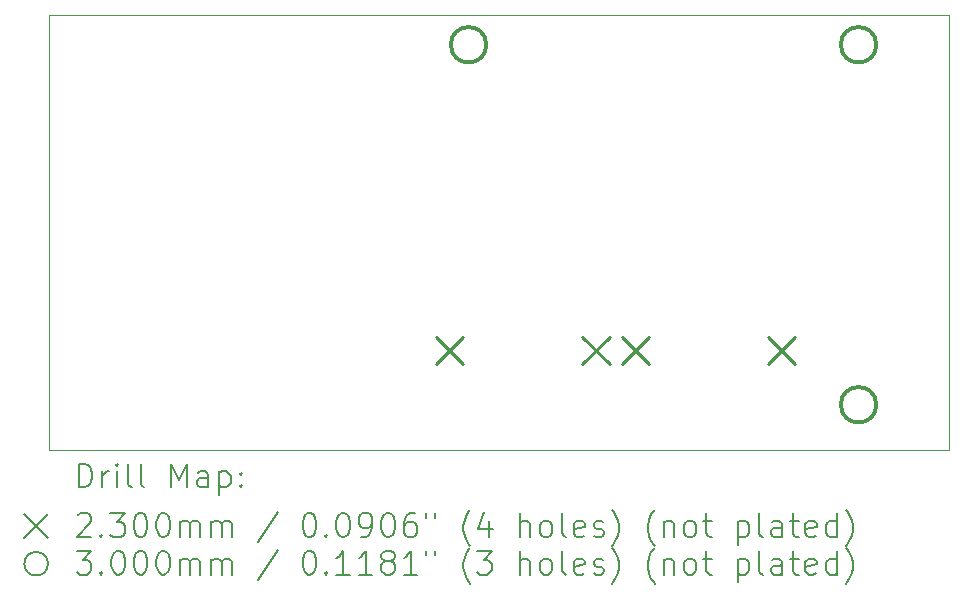
<source format=gbr>
%TF.GenerationSoftware,KiCad,Pcbnew,7.0.7-7.0.7~ubuntu22.04.1*%
%TF.CreationDate,2024-07-22T06:27:40-04:00*%
%TF.ProjectId,adjustable_instamp,61646a75-7374-4616-926c-655f696e7374,rev?*%
%TF.SameCoordinates,Original*%
%TF.FileFunction,Drillmap*%
%TF.FilePolarity,Positive*%
%FSLAX45Y45*%
G04 Gerber Fmt 4.5, Leading zero omitted, Abs format (unit mm)*
G04 Created by KiCad (PCBNEW 7.0.7-7.0.7~ubuntu22.04.1) date 2024-07-22 06:27:40*
%MOMM*%
%LPD*%
G01*
G04 APERTURE LIST*
%ADD10C,0.100000*%
%ADD11C,0.200000*%
%ADD12C,0.230000*%
%ADD13C,0.300000*%
G04 APERTURE END LIST*
D10*
X11430000Y-6858000D02*
X11430000Y-6985000D01*
X11430000Y-10541000D02*
X19050000Y-10541000D01*
X19050000Y-10541000D02*
X19050000Y-6858000D01*
X11430000Y-6985000D02*
X11430000Y-10541000D01*
X19050000Y-6858000D02*
X11430000Y-6858000D01*
D11*
D12*
X14710500Y-9586300D02*
X14940500Y-9816300D01*
X14940500Y-9586300D02*
X14710500Y-9816300D01*
X15950500Y-9586300D02*
X16180500Y-9816300D01*
X16180500Y-9586300D02*
X15950500Y-9816300D01*
X16283000Y-9588300D02*
X16513000Y-9818300D01*
X16513000Y-9588300D02*
X16283000Y-9818300D01*
X17523000Y-9588300D02*
X17753000Y-9818300D01*
X17753000Y-9588300D02*
X17523000Y-9818300D01*
D13*
X15136000Y-7112000D02*
G75*
G03*
X15136000Y-7112000I-150000J0D01*
G01*
X18438000Y-7112000D02*
G75*
G03*
X18438000Y-7112000I-150000J0D01*
G01*
X18438000Y-10160000D02*
G75*
G03*
X18438000Y-10160000I-150000J0D01*
G01*
D11*
X11685777Y-10857484D02*
X11685777Y-10657484D01*
X11685777Y-10657484D02*
X11733396Y-10657484D01*
X11733396Y-10657484D02*
X11761967Y-10667008D01*
X11761967Y-10667008D02*
X11781015Y-10686055D01*
X11781015Y-10686055D02*
X11790539Y-10705103D01*
X11790539Y-10705103D02*
X11800062Y-10743198D01*
X11800062Y-10743198D02*
X11800062Y-10771770D01*
X11800062Y-10771770D02*
X11790539Y-10809865D01*
X11790539Y-10809865D02*
X11781015Y-10828912D01*
X11781015Y-10828912D02*
X11761967Y-10847960D01*
X11761967Y-10847960D02*
X11733396Y-10857484D01*
X11733396Y-10857484D02*
X11685777Y-10857484D01*
X11885777Y-10857484D02*
X11885777Y-10724150D01*
X11885777Y-10762246D02*
X11895301Y-10743198D01*
X11895301Y-10743198D02*
X11904824Y-10733674D01*
X11904824Y-10733674D02*
X11923872Y-10724150D01*
X11923872Y-10724150D02*
X11942920Y-10724150D01*
X12009586Y-10857484D02*
X12009586Y-10724150D01*
X12009586Y-10657484D02*
X12000062Y-10667008D01*
X12000062Y-10667008D02*
X12009586Y-10676531D01*
X12009586Y-10676531D02*
X12019110Y-10667008D01*
X12019110Y-10667008D02*
X12009586Y-10657484D01*
X12009586Y-10657484D02*
X12009586Y-10676531D01*
X12133396Y-10857484D02*
X12114348Y-10847960D01*
X12114348Y-10847960D02*
X12104824Y-10828912D01*
X12104824Y-10828912D02*
X12104824Y-10657484D01*
X12238158Y-10857484D02*
X12219110Y-10847960D01*
X12219110Y-10847960D02*
X12209586Y-10828912D01*
X12209586Y-10828912D02*
X12209586Y-10657484D01*
X12466729Y-10857484D02*
X12466729Y-10657484D01*
X12466729Y-10657484D02*
X12533396Y-10800341D01*
X12533396Y-10800341D02*
X12600062Y-10657484D01*
X12600062Y-10657484D02*
X12600062Y-10857484D01*
X12781015Y-10857484D02*
X12781015Y-10752722D01*
X12781015Y-10752722D02*
X12771491Y-10733674D01*
X12771491Y-10733674D02*
X12752443Y-10724150D01*
X12752443Y-10724150D02*
X12714348Y-10724150D01*
X12714348Y-10724150D02*
X12695301Y-10733674D01*
X12781015Y-10847960D02*
X12761967Y-10857484D01*
X12761967Y-10857484D02*
X12714348Y-10857484D01*
X12714348Y-10857484D02*
X12695301Y-10847960D01*
X12695301Y-10847960D02*
X12685777Y-10828912D01*
X12685777Y-10828912D02*
X12685777Y-10809865D01*
X12685777Y-10809865D02*
X12695301Y-10790817D01*
X12695301Y-10790817D02*
X12714348Y-10781293D01*
X12714348Y-10781293D02*
X12761967Y-10781293D01*
X12761967Y-10781293D02*
X12781015Y-10771770D01*
X12876253Y-10724150D02*
X12876253Y-10924150D01*
X12876253Y-10733674D02*
X12895301Y-10724150D01*
X12895301Y-10724150D02*
X12933396Y-10724150D01*
X12933396Y-10724150D02*
X12952443Y-10733674D01*
X12952443Y-10733674D02*
X12961967Y-10743198D01*
X12961967Y-10743198D02*
X12971491Y-10762246D01*
X12971491Y-10762246D02*
X12971491Y-10819389D01*
X12971491Y-10819389D02*
X12961967Y-10838436D01*
X12961967Y-10838436D02*
X12952443Y-10847960D01*
X12952443Y-10847960D02*
X12933396Y-10857484D01*
X12933396Y-10857484D02*
X12895301Y-10857484D01*
X12895301Y-10857484D02*
X12876253Y-10847960D01*
X13057205Y-10838436D02*
X13066729Y-10847960D01*
X13066729Y-10847960D02*
X13057205Y-10857484D01*
X13057205Y-10857484D02*
X13047682Y-10847960D01*
X13047682Y-10847960D02*
X13057205Y-10838436D01*
X13057205Y-10838436D02*
X13057205Y-10857484D01*
X13057205Y-10733674D02*
X13066729Y-10743198D01*
X13066729Y-10743198D02*
X13057205Y-10752722D01*
X13057205Y-10752722D02*
X13047682Y-10743198D01*
X13047682Y-10743198D02*
X13057205Y-10733674D01*
X13057205Y-10733674D02*
X13057205Y-10752722D01*
X11225000Y-11086000D02*
X11425000Y-11286000D01*
X11425000Y-11086000D02*
X11225000Y-11286000D01*
X11676253Y-11096531D02*
X11685777Y-11087008D01*
X11685777Y-11087008D02*
X11704824Y-11077484D01*
X11704824Y-11077484D02*
X11752443Y-11077484D01*
X11752443Y-11077484D02*
X11771491Y-11087008D01*
X11771491Y-11087008D02*
X11781015Y-11096531D01*
X11781015Y-11096531D02*
X11790539Y-11115579D01*
X11790539Y-11115579D02*
X11790539Y-11134627D01*
X11790539Y-11134627D02*
X11781015Y-11163198D01*
X11781015Y-11163198D02*
X11666729Y-11277484D01*
X11666729Y-11277484D02*
X11790539Y-11277484D01*
X11876253Y-11258436D02*
X11885777Y-11267960D01*
X11885777Y-11267960D02*
X11876253Y-11277484D01*
X11876253Y-11277484D02*
X11866729Y-11267960D01*
X11866729Y-11267960D02*
X11876253Y-11258436D01*
X11876253Y-11258436D02*
X11876253Y-11277484D01*
X11952443Y-11077484D02*
X12076253Y-11077484D01*
X12076253Y-11077484D02*
X12009586Y-11153674D01*
X12009586Y-11153674D02*
X12038158Y-11153674D01*
X12038158Y-11153674D02*
X12057205Y-11163198D01*
X12057205Y-11163198D02*
X12066729Y-11172722D01*
X12066729Y-11172722D02*
X12076253Y-11191769D01*
X12076253Y-11191769D02*
X12076253Y-11239388D01*
X12076253Y-11239388D02*
X12066729Y-11258436D01*
X12066729Y-11258436D02*
X12057205Y-11267960D01*
X12057205Y-11267960D02*
X12038158Y-11277484D01*
X12038158Y-11277484D02*
X11981015Y-11277484D01*
X11981015Y-11277484D02*
X11961967Y-11267960D01*
X11961967Y-11267960D02*
X11952443Y-11258436D01*
X12200062Y-11077484D02*
X12219110Y-11077484D01*
X12219110Y-11077484D02*
X12238158Y-11087008D01*
X12238158Y-11087008D02*
X12247682Y-11096531D01*
X12247682Y-11096531D02*
X12257205Y-11115579D01*
X12257205Y-11115579D02*
X12266729Y-11153674D01*
X12266729Y-11153674D02*
X12266729Y-11201293D01*
X12266729Y-11201293D02*
X12257205Y-11239388D01*
X12257205Y-11239388D02*
X12247682Y-11258436D01*
X12247682Y-11258436D02*
X12238158Y-11267960D01*
X12238158Y-11267960D02*
X12219110Y-11277484D01*
X12219110Y-11277484D02*
X12200062Y-11277484D01*
X12200062Y-11277484D02*
X12181015Y-11267960D01*
X12181015Y-11267960D02*
X12171491Y-11258436D01*
X12171491Y-11258436D02*
X12161967Y-11239388D01*
X12161967Y-11239388D02*
X12152443Y-11201293D01*
X12152443Y-11201293D02*
X12152443Y-11153674D01*
X12152443Y-11153674D02*
X12161967Y-11115579D01*
X12161967Y-11115579D02*
X12171491Y-11096531D01*
X12171491Y-11096531D02*
X12181015Y-11087008D01*
X12181015Y-11087008D02*
X12200062Y-11077484D01*
X12390539Y-11077484D02*
X12409586Y-11077484D01*
X12409586Y-11077484D02*
X12428634Y-11087008D01*
X12428634Y-11087008D02*
X12438158Y-11096531D01*
X12438158Y-11096531D02*
X12447682Y-11115579D01*
X12447682Y-11115579D02*
X12457205Y-11153674D01*
X12457205Y-11153674D02*
X12457205Y-11201293D01*
X12457205Y-11201293D02*
X12447682Y-11239388D01*
X12447682Y-11239388D02*
X12438158Y-11258436D01*
X12438158Y-11258436D02*
X12428634Y-11267960D01*
X12428634Y-11267960D02*
X12409586Y-11277484D01*
X12409586Y-11277484D02*
X12390539Y-11277484D01*
X12390539Y-11277484D02*
X12371491Y-11267960D01*
X12371491Y-11267960D02*
X12361967Y-11258436D01*
X12361967Y-11258436D02*
X12352443Y-11239388D01*
X12352443Y-11239388D02*
X12342920Y-11201293D01*
X12342920Y-11201293D02*
X12342920Y-11153674D01*
X12342920Y-11153674D02*
X12352443Y-11115579D01*
X12352443Y-11115579D02*
X12361967Y-11096531D01*
X12361967Y-11096531D02*
X12371491Y-11087008D01*
X12371491Y-11087008D02*
X12390539Y-11077484D01*
X12542920Y-11277484D02*
X12542920Y-11144150D01*
X12542920Y-11163198D02*
X12552443Y-11153674D01*
X12552443Y-11153674D02*
X12571491Y-11144150D01*
X12571491Y-11144150D02*
X12600063Y-11144150D01*
X12600063Y-11144150D02*
X12619110Y-11153674D01*
X12619110Y-11153674D02*
X12628634Y-11172722D01*
X12628634Y-11172722D02*
X12628634Y-11277484D01*
X12628634Y-11172722D02*
X12638158Y-11153674D01*
X12638158Y-11153674D02*
X12657205Y-11144150D01*
X12657205Y-11144150D02*
X12685777Y-11144150D01*
X12685777Y-11144150D02*
X12704824Y-11153674D01*
X12704824Y-11153674D02*
X12714348Y-11172722D01*
X12714348Y-11172722D02*
X12714348Y-11277484D01*
X12809586Y-11277484D02*
X12809586Y-11144150D01*
X12809586Y-11163198D02*
X12819110Y-11153674D01*
X12819110Y-11153674D02*
X12838158Y-11144150D01*
X12838158Y-11144150D02*
X12866729Y-11144150D01*
X12866729Y-11144150D02*
X12885777Y-11153674D01*
X12885777Y-11153674D02*
X12895301Y-11172722D01*
X12895301Y-11172722D02*
X12895301Y-11277484D01*
X12895301Y-11172722D02*
X12904824Y-11153674D01*
X12904824Y-11153674D02*
X12923872Y-11144150D01*
X12923872Y-11144150D02*
X12952443Y-11144150D01*
X12952443Y-11144150D02*
X12971491Y-11153674D01*
X12971491Y-11153674D02*
X12981015Y-11172722D01*
X12981015Y-11172722D02*
X12981015Y-11277484D01*
X13371491Y-11067960D02*
X13200063Y-11325103D01*
X13628634Y-11077484D02*
X13647682Y-11077484D01*
X13647682Y-11077484D02*
X13666729Y-11087008D01*
X13666729Y-11087008D02*
X13676253Y-11096531D01*
X13676253Y-11096531D02*
X13685777Y-11115579D01*
X13685777Y-11115579D02*
X13695301Y-11153674D01*
X13695301Y-11153674D02*
X13695301Y-11201293D01*
X13695301Y-11201293D02*
X13685777Y-11239388D01*
X13685777Y-11239388D02*
X13676253Y-11258436D01*
X13676253Y-11258436D02*
X13666729Y-11267960D01*
X13666729Y-11267960D02*
X13647682Y-11277484D01*
X13647682Y-11277484D02*
X13628634Y-11277484D01*
X13628634Y-11277484D02*
X13609586Y-11267960D01*
X13609586Y-11267960D02*
X13600063Y-11258436D01*
X13600063Y-11258436D02*
X13590539Y-11239388D01*
X13590539Y-11239388D02*
X13581015Y-11201293D01*
X13581015Y-11201293D02*
X13581015Y-11153674D01*
X13581015Y-11153674D02*
X13590539Y-11115579D01*
X13590539Y-11115579D02*
X13600063Y-11096531D01*
X13600063Y-11096531D02*
X13609586Y-11087008D01*
X13609586Y-11087008D02*
X13628634Y-11077484D01*
X13781015Y-11258436D02*
X13790539Y-11267960D01*
X13790539Y-11267960D02*
X13781015Y-11277484D01*
X13781015Y-11277484D02*
X13771491Y-11267960D01*
X13771491Y-11267960D02*
X13781015Y-11258436D01*
X13781015Y-11258436D02*
X13781015Y-11277484D01*
X13914348Y-11077484D02*
X13933396Y-11077484D01*
X13933396Y-11077484D02*
X13952444Y-11087008D01*
X13952444Y-11087008D02*
X13961967Y-11096531D01*
X13961967Y-11096531D02*
X13971491Y-11115579D01*
X13971491Y-11115579D02*
X13981015Y-11153674D01*
X13981015Y-11153674D02*
X13981015Y-11201293D01*
X13981015Y-11201293D02*
X13971491Y-11239388D01*
X13971491Y-11239388D02*
X13961967Y-11258436D01*
X13961967Y-11258436D02*
X13952444Y-11267960D01*
X13952444Y-11267960D02*
X13933396Y-11277484D01*
X13933396Y-11277484D02*
X13914348Y-11277484D01*
X13914348Y-11277484D02*
X13895301Y-11267960D01*
X13895301Y-11267960D02*
X13885777Y-11258436D01*
X13885777Y-11258436D02*
X13876253Y-11239388D01*
X13876253Y-11239388D02*
X13866729Y-11201293D01*
X13866729Y-11201293D02*
X13866729Y-11153674D01*
X13866729Y-11153674D02*
X13876253Y-11115579D01*
X13876253Y-11115579D02*
X13885777Y-11096531D01*
X13885777Y-11096531D02*
X13895301Y-11087008D01*
X13895301Y-11087008D02*
X13914348Y-11077484D01*
X14076253Y-11277484D02*
X14114348Y-11277484D01*
X14114348Y-11277484D02*
X14133396Y-11267960D01*
X14133396Y-11267960D02*
X14142920Y-11258436D01*
X14142920Y-11258436D02*
X14161967Y-11229865D01*
X14161967Y-11229865D02*
X14171491Y-11191769D01*
X14171491Y-11191769D02*
X14171491Y-11115579D01*
X14171491Y-11115579D02*
X14161967Y-11096531D01*
X14161967Y-11096531D02*
X14152444Y-11087008D01*
X14152444Y-11087008D02*
X14133396Y-11077484D01*
X14133396Y-11077484D02*
X14095301Y-11077484D01*
X14095301Y-11077484D02*
X14076253Y-11087008D01*
X14076253Y-11087008D02*
X14066729Y-11096531D01*
X14066729Y-11096531D02*
X14057206Y-11115579D01*
X14057206Y-11115579D02*
X14057206Y-11163198D01*
X14057206Y-11163198D02*
X14066729Y-11182246D01*
X14066729Y-11182246D02*
X14076253Y-11191769D01*
X14076253Y-11191769D02*
X14095301Y-11201293D01*
X14095301Y-11201293D02*
X14133396Y-11201293D01*
X14133396Y-11201293D02*
X14152444Y-11191769D01*
X14152444Y-11191769D02*
X14161967Y-11182246D01*
X14161967Y-11182246D02*
X14171491Y-11163198D01*
X14295301Y-11077484D02*
X14314348Y-11077484D01*
X14314348Y-11077484D02*
X14333396Y-11087008D01*
X14333396Y-11087008D02*
X14342920Y-11096531D01*
X14342920Y-11096531D02*
X14352444Y-11115579D01*
X14352444Y-11115579D02*
X14361967Y-11153674D01*
X14361967Y-11153674D02*
X14361967Y-11201293D01*
X14361967Y-11201293D02*
X14352444Y-11239388D01*
X14352444Y-11239388D02*
X14342920Y-11258436D01*
X14342920Y-11258436D02*
X14333396Y-11267960D01*
X14333396Y-11267960D02*
X14314348Y-11277484D01*
X14314348Y-11277484D02*
X14295301Y-11277484D01*
X14295301Y-11277484D02*
X14276253Y-11267960D01*
X14276253Y-11267960D02*
X14266729Y-11258436D01*
X14266729Y-11258436D02*
X14257206Y-11239388D01*
X14257206Y-11239388D02*
X14247682Y-11201293D01*
X14247682Y-11201293D02*
X14247682Y-11153674D01*
X14247682Y-11153674D02*
X14257206Y-11115579D01*
X14257206Y-11115579D02*
X14266729Y-11096531D01*
X14266729Y-11096531D02*
X14276253Y-11087008D01*
X14276253Y-11087008D02*
X14295301Y-11077484D01*
X14533396Y-11077484D02*
X14495301Y-11077484D01*
X14495301Y-11077484D02*
X14476253Y-11087008D01*
X14476253Y-11087008D02*
X14466729Y-11096531D01*
X14466729Y-11096531D02*
X14447682Y-11125103D01*
X14447682Y-11125103D02*
X14438158Y-11163198D01*
X14438158Y-11163198D02*
X14438158Y-11239388D01*
X14438158Y-11239388D02*
X14447682Y-11258436D01*
X14447682Y-11258436D02*
X14457206Y-11267960D01*
X14457206Y-11267960D02*
X14476253Y-11277484D01*
X14476253Y-11277484D02*
X14514348Y-11277484D01*
X14514348Y-11277484D02*
X14533396Y-11267960D01*
X14533396Y-11267960D02*
X14542920Y-11258436D01*
X14542920Y-11258436D02*
X14552444Y-11239388D01*
X14552444Y-11239388D02*
X14552444Y-11191769D01*
X14552444Y-11191769D02*
X14542920Y-11172722D01*
X14542920Y-11172722D02*
X14533396Y-11163198D01*
X14533396Y-11163198D02*
X14514348Y-11153674D01*
X14514348Y-11153674D02*
X14476253Y-11153674D01*
X14476253Y-11153674D02*
X14457206Y-11163198D01*
X14457206Y-11163198D02*
X14447682Y-11172722D01*
X14447682Y-11172722D02*
X14438158Y-11191769D01*
X14628634Y-11077484D02*
X14628634Y-11115579D01*
X14704825Y-11077484D02*
X14704825Y-11115579D01*
X15000063Y-11353674D02*
X14990539Y-11344150D01*
X14990539Y-11344150D02*
X14971491Y-11315579D01*
X14971491Y-11315579D02*
X14961968Y-11296531D01*
X14961968Y-11296531D02*
X14952444Y-11267960D01*
X14952444Y-11267960D02*
X14942920Y-11220341D01*
X14942920Y-11220341D02*
X14942920Y-11182246D01*
X14942920Y-11182246D02*
X14952444Y-11134627D01*
X14952444Y-11134627D02*
X14961968Y-11106055D01*
X14961968Y-11106055D02*
X14971491Y-11087008D01*
X14971491Y-11087008D02*
X14990539Y-11058436D01*
X14990539Y-11058436D02*
X15000063Y-11048912D01*
X15161968Y-11144150D02*
X15161968Y-11277484D01*
X15114348Y-11067960D02*
X15066729Y-11210817D01*
X15066729Y-11210817D02*
X15190539Y-11210817D01*
X15419110Y-11277484D02*
X15419110Y-11077484D01*
X15504825Y-11277484D02*
X15504825Y-11172722D01*
X15504825Y-11172722D02*
X15495301Y-11153674D01*
X15495301Y-11153674D02*
X15476253Y-11144150D01*
X15476253Y-11144150D02*
X15447682Y-11144150D01*
X15447682Y-11144150D02*
X15428634Y-11153674D01*
X15428634Y-11153674D02*
X15419110Y-11163198D01*
X15628634Y-11277484D02*
X15609587Y-11267960D01*
X15609587Y-11267960D02*
X15600063Y-11258436D01*
X15600063Y-11258436D02*
X15590539Y-11239388D01*
X15590539Y-11239388D02*
X15590539Y-11182246D01*
X15590539Y-11182246D02*
X15600063Y-11163198D01*
X15600063Y-11163198D02*
X15609587Y-11153674D01*
X15609587Y-11153674D02*
X15628634Y-11144150D01*
X15628634Y-11144150D02*
X15657206Y-11144150D01*
X15657206Y-11144150D02*
X15676253Y-11153674D01*
X15676253Y-11153674D02*
X15685777Y-11163198D01*
X15685777Y-11163198D02*
X15695301Y-11182246D01*
X15695301Y-11182246D02*
X15695301Y-11239388D01*
X15695301Y-11239388D02*
X15685777Y-11258436D01*
X15685777Y-11258436D02*
X15676253Y-11267960D01*
X15676253Y-11267960D02*
X15657206Y-11277484D01*
X15657206Y-11277484D02*
X15628634Y-11277484D01*
X15809587Y-11277484D02*
X15790539Y-11267960D01*
X15790539Y-11267960D02*
X15781015Y-11248912D01*
X15781015Y-11248912D02*
X15781015Y-11077484D01*
X15961968Y-11267960D02*
X15942920Y-11277484D01*
X15942920Y-11277484D02*
X15904825Y-11277484D01*
X15904825Y-11277484D02*
X15885777Y-11267960D01*
X15885777Y-11267960D02*
X15876253Y-11248912D01*
X15876253Y-11248912D02*
X15876253Y-11172722D01*
X15876253Y-11172722D02*
X15885777Y-11153674D01*
X15885777Y-11153674D02*
X15904825Y-11144150D01*
X15904825Y-11144150D02*
X15942920Y-11144150D01*
X15942920Y-11144150D02*
X15961968Y-11153674D01*
X15961968Y-11153674D02*
X15971491Y-11172722D01*
X15971491Y-11172722D02*
X15971491Y-11191769D01*
X15971491Y-11191769D02*
X15876253Y-11210817D01*
X16047682Y-11267960D02*
X16066730Y-11277484D01*
X16066730Y-11277484D02*
X16104825Y-11277484D01*
X16104825Y-11277484D02*
X16123872Y-11267960D01*
X16123872Y-11267960D02*
X16133396Y-11248912D01*
X16133396Y-11248912D02*
X16133396Y-11239388D01*
X16133396Y-11239388D02*
X16123872Y-11220341D01*
X16123872Y-11220341D02*
X16104825Y-11210817D01*
X16104825Y-11210817D02*
X16076253Y-11210817D01*
X16076253Y-11210817D02*
X16057206Y-11201293D01*
X16057206Y-11201293D02*
X16047682Y-11182246D01*
X16047682Y-11182246D02*
X16047682Y-11172722D01*
X16047682Y-11172722D02*
X16057206Y-11153674D01*
X16057206Y-11153674D02*
X16076253Y-11144150D01*
X16076253Y-11144150D02*
X16104825Y-11144150D01*
X16104825Y-11144150D02*
X16123872Y-11153674D01*
X16200063Y-11353674D02*
X16209587Y-11344150D01*
X16209587Y-11344150D02*
X16228634Y-11315579D01*
X16228634Y-11315579D02*
X16238158Y-11296531D01*
X16238158Y-11296531D02*
X16247682Y-11267960D01*
X16247682Y-11267960D02*
X16257206Y-11220341D01*
X16257206Y-11220341D02*
X16257206Y-11182246D01*
X16257206Y-11182246D02*
X16247682Y-11134627D01*
X16247682Y-11134627D02*
X16238158Y-11106055D01*
X16238158Y-11106055D02*
X16228634Y-11087008D01*
X16228634Y-11087008D02*
X16209587Y-11058436D01*
X16209587Y-11058436D02*
X16200063Y-11048912D01*
X16561968Y-11353674D02*
X16552444Y-11344150D01*
X16552444Y-11344150D02*
X16533396Y-11315579D01*
X16533396Y-11315579D02*
X16523872Y-11296531D01*
X16523872Y-11296531D02*
X16514349Y-11267960D01*
X16514349Y-11267960D02*
X16504825Y-11220341D01*
X16504825Y-11220341D02*
X16504825Y-11182246D01*
X16504825Y-11182246D02*
X16514349Y-11134627D01*
X16514349Y-11134627D02*
X16523872Y-11106055D01*
X16523872Y-11106055D02*
X16533396Y-11087008D01*
X16533396Y-11087008D02*
X16552444Y-11058436D01*
X16552444Y-11058436D02*
X16561968Y-11048912D01*
X16638158Y-11144150D02*
X16638158Y-11277484D01*
X16638158Y-11163198D02*
X16647682Y-11153674D01*
X16647682Y-11153674D02*
X16666730Y-11144150D01*
X16666730Y-11144150D02*
X16695301Y-11144150D01*
X16695301Y-11144150D02*
X16714349Y-11153674D01*
X16714349Y-11153674D02*
X16723872Y-11172722D01*
X16723872Y-11172722D02*
X16723872Y-11277484D01*
X16847682Y-11277484D02*
X16828634Y-11267960D01*
X16828634Y-11267960D02*
X16819111Y-11258436D01*
X16819111Y-11258436D02*
X16809587Y-11239388D01*
X16809587Y-11239388D02*
X16809587Y-11182246D01*
X16809587Y-11182246D02*
X16819111Y-11163198D01*
X16819111Y-11163198D02*
X16828634Y-11153674D01*
X16828634Y-11153674D02*
X16847682Y-11144150D01*
X16847682Y-11144150D02*
X16876254Y-11144150D01*
X16876254Y-11144150D02*
X16895301Y-11153674D01*
X16895301Y-11153674D02*
X16904825Y-11163198D01*
X16904825Y-11163198D02*
X16914349Y-11182246D01*
X16914349Y-11182246D02*
X16914349Y-11239388D01*
X16914349Y-11239388D02*
X16904825Y-11258436D01*
X16904825Y-11258436D02*
X16895301Y-11267960D01*
X16895301Y-11267960D02*
X16876254Y-11277484D01*
X16876254Y-11277484D02*
X16847682Y-11277484D01*
X16971492Y-11144150D02*
X17047682Y-11144150D01*
X17000063Y-11077484D02*
X17000063Y-11248912D01*
X17000063Y-11248912D02*
X17009587Y-11267960D01*
X17009587Y-11267960D02*
X17028634Y-11277484D01*
X17028634Y-11277484D02*
X17047682Y-11277484D01*
X17266730Y-11144150D02*
X17266730Y-11344150D01*
X17266730Y-11153674D02*
X17285777Y-11144150D01*
X17285777Y-11144150D02*
X17323873Y-11144150D01*
X17323873Y-11144150D02*
X17342920Y-11153674D01*
X17342920Y-11153674D02*
X17352444Y-11163198D01*
X17352444Y-11163198D02*
X17361968Y-11182246D01*
X17361968Y-11182246D02*
X17361968Y-11239388D01*
X17361968Y-11239388D02*
X17352444Y-11258436D01*
X17352444Y-11258436D02*
X17342920Y-11267960D01*
X17342920Y-11267960D02*
X17323873Y-11277484D01*
X17323873Y-11277484D02*
X17285777Y-11277484D01*
X17285777Y-11277484D02*
X17266730Y-11267960D01*
X17476254Y-11277484D02*
X17457206Y-11267960D01*
X17457206Y-11267960D02*
X17447682Y-11248912D01*
X17447682Y-11248912D02*
X17447682Y-11077484D01*
X17638158Y-11277484D02*
X17638158Y-11172722D01*
X17638158Y-11172722D02*
X17628635Y-11153674D01*
X17628635Y-11153674D02*
X17609587Y-11144150D01*
X17609587Y-11144150D02*
X17571492Y-11144150D01*
X17571492Y-11144150D02*
X17552444Y-11153674D01*
X17638158Y-11267960D02*
X17619111Y-11277484D01*
X17619111Y-11277484D02*
X17571492Y-11277484D01*
X17571492Y-11277484D02*
X17552444Y-11267960D01*
X17552444Y-11267960D02*
X17542920Y-11248912D01*
X17542920Y-11248912D02*
X17542920Y-11229865D01*
X17542920Y-11229865D02*
X17552444Y-11210817D01*
X17552444Y-11210817D02*
X17571492Y-11201293D01*
X17571492Y-11201293D02*
X17619111Y-11201293D01*
X17619111Y-11201293D02*
X17638158Y-11191769D01*
X17704825Y-11144150D02*
X17781015Y-11144150D01*
X17733396Y-11077484D02*
X17733396Y-11248912D01*
X17733396Y-11248912D02*
X17742920Y-11267960D01*
X17742920Y-11267960D02*
X17761968Y-11277484D01*
X17761968Y-11277484D02*
X17781015Y-11277484D01*
X17923873Y-11267960D02*
X17904825Y-11277484D01*
X17904825Y-11277484D02*
X17866730Y-11277484D01*
X17866730Y-11277484D02*
X17847682Y-11267960D01*
X17847682Y-11267960D02*
X17838158Y-11248912D01*
X17838158Y-11248912D02*
X17838158Y-11172722D01*
X17838158Y-11172722D02*
X17847682Y-11153674D01*
X17847682Y-11153674D02*
X17866730Y-11144150D01*
X17866730Y-11144150D02*
X17904825Y-11144150D01*
X17904825Y-11144150D02*
X17923873Y-11153674D01*
X17923873Y-11153674D02*
X17933396Y-11172722D01*
X17933396Y-11172722D02*
X17933396Y-11191769D01*
X17933396Y-11191769D02*
X17838158Y-11210817D01*
X18104825Y-11277484D02*
X18104825Y-11077484D01*
X18104825Y-11267960D02*
X18085777Y-11277484D01*
X18085777Y-11277484D02*
X18047682Y-11277484D01*
X18047682Y-11277484D02*
X18028635Y-11267960D01*
X18028635Y-11267960D02*
X18019111Y-11258436D01*
X18019111Y-11258436D02*
X18009587Y-11239388D01*
X18009587Y-11239388D02*
X18009587Y-11182246D01*
X18009587Y-11182246D02*
X18019111Y-11163198D01*
X18019111Y-11163198D02*
X18028635Y-11153674D01*
X18028635Y-11153674D02*
X18047682Y-11144150D01*
X18047682Y-11144150D02*
X18085777Y-11144150D01*
X18085777Y-11144150D02*
X18104825Y-11153674D01*
X18181016Y-11353674D02*
X18190539Y-11344150D01*
X18190539Y-11344150D02*
X18209587Y-11315579D01*
X18209587Y-11315579D02*
X18219111Y-11296531D01*
X18219111Y-11296531D02*
X18228635Y-11267960D01*
X18228635Y-11267960D02*
X18238158Y-11220341D01*
X18238158Y-11220341D02*
X18238158Y-11182246D01*
X18238158Y-11182246D02*
X18228635Y-11134627D01*
X18228635Y-11134627D02*
X18219111Y-11106055D01*
X18219111Y-11106055D02*
X18209587Y-11087008D01*
X18209587Y-11087008D02*
X18190539Y-11058436D01*
X18190539Y-11058436D02*
X18181016Y-11048912D01*
X11425000Y-11506000D02*
G75*
G03*
X11425000Y-11506000I-100000J0D01*
G01*
X11666729Y-11397484D02*
X11790539Y-11397484D01*
X11790539Y-11397484D02*
X11723872Y-11473674D01*
X11723872Y-11473674D02*
X11752443Y-11473674D01*
X11752443Y-11473674D02*
X11771491Y-11483198D01*
X11771491Y-11483198D02*
X11781015Y-11492722D01*
X11781015Y-11492722D02*
X11790539Y-11511769D01*
X11790539Y-11511769D02*
X11790539Y-11559388D01*
X11790539Y-11559388D02*
X11781015Y-11578436D01*
X11781015Y-11578436D02*
X11771491Y-11587960D01*
X11771491Y-11587960D02*
X11752443Y-11597484D01*
X11752443Y-11597484D02*
X11695301Y-11597484D01*
X11695301Y-11597484D02*
X11676253Y-11587960D01*
X11676253Y-11587960D02*
X11666729Y-11578436D01*
X11876253Y-11578436D02*
X11885777Y-11587960D01*
X11885777Y-11587960D02*
X11876253Y-11597484D01*
X11876253Y-11597484D02*
X11866729Y-11587960D01*
X11866729Y-11587960D02*
X11876253Y-11578436D01*
X11876253Y-11578436D02*
X11876253Y-11597484D01*
X12009586Y-11397484D02*
X12028634Y-11397484D01*
X12028634Y-11397484D02*
X12047682Y-11407008D01*
X12047682Y-11407008D02*
X12057205Y-11416531D01*
X12057205Y-11416531D02*
X12066729Y-11435579D01*
X12066729Y-11435579D02*
X12076253Y-11473674D01*
X12076253Y-11473674D02*
X12076253Y-11521293D01*
X12076253Y-11521293D02*
X12066729Y-11559388D01*
X12066729Y-11559388D02*
X12057205Y-11578436D01*
X12057205Y-11578436D02*
X12047682Y-11587960D01*
X12047682Y-11587960D02*
X12028634Y-11597484D01*
X12028634Y-11597484D02*
X12009586Y-11597484D01*
X12009586Y-11597484D02*
X11990539Y-11587960D01*
X11990539Y-11587960D02*
X11981015Y-11578436D01*
X11981015Y-11578436D02*
X11971491Y-11559388D01*
X11971491Y-11559388D02*
X11961967Y-11521293D01*
X11961967Y-11521293D02*
X11961967Y-11473674D01*
X11961967Y-11473674D02*
X11971491Y-11435579D01*
X11971491Y-11435579D02*
X11981015Y-11416531D01*
X11981015Y-11416531D02*
X11990539Y-11407008D01*
X11990539Y-11407008D02*
X12009586Y-11397484D01*
X12200062Y-11397484D02*
X12219110Y-11397484D01*
X12219110Y-11397484D02*
X12238158Y-11407008D01*
X12238158Y-11407008D02*
X12247682Y-11416531D01*
X12247682Y-11416531D02*
X12257205Y-11435579D01*
X12257205Y-11435579D02*
X12266729Y-11473674D01*
X12266729Y-11473674D02*
X12266729Y-11521293D01*
X12266729Y-11521293D02*
X12257205Y-11559388D01*
X12257205Y-11559388D02*
X12247682Y-11578436D01*
X12247682Y-11578436D02*
X12238158Y-11587960D01*
X12238158Y-11587960D02*
X12219110Y-11597484D01*
X12219110Y-11597484D02*
X12200062Y-11597484D01*
X12200062Y-11597484D02*
X12181015Y-11587960D01*
X12181015Y-11587960D02*
X12171491Y-11578436D01*
X12171491Y-11578436D02*
X12161967Y-11559388D01*
X12161967Y-11559388D02*
X12152443Y-11521293D01*
X12152443Y-11521293D02*
X12152443Y-11473674D01*
X12152443Y-11473674D02*
X12161967Y-11435579D01*
X12161967Y-11435579D02*
X12171491Y-11416531D01*
X12171491Y-11416531D02*
X12181015Y-11407008D01*
X12181015Y-11407008D02*
X12200062Y-11397484D01*
X12390539Y-11397484D02*
X12409586Y-11397484D01*
X12409586Y-11397484D02*
X12428634Y-11407008D01*
X12428634Y-11407008D02*
X12438158Y-11416531D01*
X12438158Y-11416531D02*
X12447682Y-11435579D01*
X12447682Y-11435579D02*
X12457205Y-11473674D01*
X12457205Y-11473674D02*
X12457205Y-11521293D01*
X12457205Y-11521293D02*
X12447682Y-11559388D01*
X12447682Y-11559388D02*
X12438158Y-11578436D01*
X12438158Y-11578436D02*
X12428634Y-11587960D01*
X12428634Y-11587960D02*
X12409586Y-11597484D01*
X12409586Y-11597484D02*
X12390539Y-11597484D01*
X12390539Y-11597484D02*
X12371491Y-11587960D01*
X12371491Y-11587960D02*
X12361967Y-11578436D01*
X12361967Y-11578436D02*
X12352443Y-11559388D01*
X12352443Y-11559388D02*
X12342920Y-11521293D01*
X12342920Y-11521293D02*
X12342920Y-11473674D01*
X12342920Y-11473674D02*
X12352443Y-11435579D01*
X12352443Y-11435579D02*
X12361967Y-11416531D01*
X12361967Y-11416531D02*
X12371491Y-11407008D01*
X12371491Y-11407008D02*
X12390539Y-11397484D01*
X12542920Y-11597484D02*
X12542920Y-11464150D01*
X12542920Y-11483198D02*
X12552443Y-11473674D01*
X12552443Y-11473674D02*
X12571491Y-11464150D01*
X12571491Y-11464150D02*
X12600063Y-11464150D01*
X12600063Y-11464150D02*
X12619110Y-11473674D01*
X12619110Y-11473674D02*
X12628634Y-11492722D01*
X12628634Y-11492722D02*
X12628634Y-11597484D01*
X12628634Y-11492722D02*
X12638158Y-11473674D01*
X12638158Y-11473674D02*
X12657205Y-11464150D01*
X12657205Y-11464150D02*
X12685777Y-11464150D01*
X12685777Y-11464150D02*
X12704824Y-11473674D01*
X12704824Y-11473674D02*
X12714348Y-11492722D01*
X12714348Y-11492722D02*
X12714348Y-11597484D01*
X12809586Y-11597484D02*
X12809586Y-11464150D01*
X12809586Y-11483198D02*
X12819110Y-11473674D01*
X12819110Y-11473674D02*
X12838158Y-11464150D01*
X12838158Y-11464150D02*
X12866729Y-11464150D01*
X12866729Y-11464150D02*
X12885777Y-11473674D01*
X12885777Y-11473674D02*
X12895301Y-11492722D01*
X12895301Y-11492722D02*
X12895301Y-11597484D01*
X12895301Y-11492722D02*
X12904824Y-11473674D01*
X12904824Y-11473674D02*
X12923872Y-11464150D01*
X12923872Y-11464150D02*
X12952443Y-11464150D01*
X12952443Y-11464150D02*
X12971491Y-11473674D01*
X12971491Y-11473674D02*
X12981015Y-11492722D01*
X12981015Y-11492722D02*
X12981015Y-11597484D01*
X13371491Y-11387960D02*
X13200063Y-11645103D01*
X13628634Y-11397484D02*
X13647682Y-11397484D01*
X13647682Y-11397484D02*
X13666729Y-11407008D01*
X13666729Y-11407008D02*
X13676253Y-11416531D01*
X13676253Y-11416531D02*
X13685777Y-11435579D01*
X13685777Y-11435579D02*
X13695301Y-11473674D01*
X13695301Y-11473674D02*
X13695301Y-11521293D01*
X13695301Y-11521293D02*
X13685777Y-11559388D01*
X13685777Y-11559388D02*
X13676253Y-11578436D01*
X13676253Y-11578436D02*
X13666729Y-11587960D01*
X13666729Y-11587960D02*
X13647682Y-11597484D01*
X13647682Y-11597484D02*
X13628634Y-11597484D01*
X13628634Y-11597484D02*
X13609586Y-11587960D01*
X13609586Y-11587960D02*
X13600063Y-11578436D01*
X13600063Y-11578436D02*
X13590539Y-11559388D01*
X13590539Y-11559388D02*
X13581015Y-11521293D01*
X13581015Y-11521293D02*
X13581015Y-11473674D01*
X13581015Y-11473674D02*
X13590539Y-11435579D01*
X13590539Y-11435579D02*
X13600063Y-11416531D01*
X13600063Y-11416531D02*
X13609586Y-11407008D01*
X13609586Y-11407008D02*
X13628634Y-11397484D01*
X13781015Y-11578436D02*
X13790539Y-11587960D01*
X13790539Y-11587960D02*
X13781015Y-11597484D01*
X13781015Y-11597484D02*
X13771491Y-11587960D01*
X13771491Y-11587960D02*
X13781015Y-11578436D01*
X13781015Y-11578436D02*
X13781015Y-11597484D01*
X13981015Y-11597484D02*
X13866729Y-11597484D01*
X13923872Y-11597484D02*
X13923872Y-11397484D01*
X13923872Y-11397484D02*
X13904825Y-11426055D01*
X13904825Y-11426055D02*
X13885777Y-11445103D01*
X13885777Y-11445103D02*
X13866729Y-11454627D01*
X14171491Y-11597484D02*
X14057206Y-11597484D01*
X14114348Y-11597484D02*
X14114348Y-11397484D01*
X14114348Y-11397484D02*
X14095301Y-11426055D01*
X14095301Y-11426055D02*
X14076253Y-11445103D01*
X14076253Y-11445103D02*
X14057206Y-11454627D01*
X14285777Y-11483198D02*
X14266729Y-11473674D01*
X14266729Y-11473674D02*
X14257206Y-11464150D01*
X14257206Y-11464150D02*
X14247682Y-11445103D01*
X14247682Y-11445103D02*
X14247682Y-11435579D01*
X14247682Y-11435579D02*
X14257206Y-11416531D01*
X14257206Y-11416531D02*
X14266729Y-11407008D01*
X14266729Y-11407008D02*
X14285777Y-11397484D01*
X14285777Y-11397484D02*
X14323872Y-11397484D01*
X14323872Y-11397484D02*
X14342920Y-11407008D01*
X14342920Y-11407008D02*
X14352444Y-11416531D01*
X14352444Y-11416531D02*
X14361967Y-11435579D01*
X14361967Y-11435579D02*
X14361967Y-11445103D01*
X14361967Y-11445103D02*
X14352444Y-11464150D01*
X14352444Y-11464150D02*
X14342920Y-11473674D01*
X14342920Y-11473674D02*
X14323872Y-11483198D01*
X14323872Y-11483198D02*
X14285777Y-11483198D01*
X14285777Y-11483198D02*
X14266729Y-11492722D01*
X14266729Y-11492722D02*
X14257206Y-11502246D01*
X14257206Y-11502246D02*
X14247682Y-11521293D01*
X14247682Y-11521293D02*
X14247682Y-11559388D01*
X14247682Y-11559388D02*
X14257206Y-11578436D01*
X14257206Y-11578436D02*
X14266729Y-11587960D01*
X14266729Y-11587960D02*
X14285777Y-11597484D01*
X14285777Y-11597484D02*
X14323872Y-11597484D01*
X14323872Y-11597484D02*
X14342920Y-11587960D01*
X14342920Y-11587960D02*
X14352444Y-11578436D01*
X14352444Y-11578436D02*
X14361967Y-11559388D01*
X14361967Y-11559388D02*
X14361967Y-11521293D01*
X14361967Y-11521293D02*
X14352444Y-11502246D01*
X14352444Y-11502246D02*
X14342920Y-11492722D01*
X14342920Y-11492722D02*
X14323872Y-11483198D01*
X14552444Y-11597484D02*
X14438158Y-11597484D01*
X14495301Y-11597484D02*
X14495301Y-11397484D01*
X14495301Y-11397484D02*
X14476253Y-11426055D01*
X14476253Y-11426055D02*
X14457206Y-11445103D01*
X14457206Y-11445103D02*
X14438158Y-11454627D01*
X14628634Y-11397484D02*
X14628634Y-11435579D01*
X14704825Y-11397484D02*
X14704825Y-11435579D01*
X15000063Y-11673674D02*
X14990539Y-11664150D01*
X14990539Y-11664150D02*
X14971491Y-11635579D01*
X14971491Y-11635579D02*
X14961968Y-11616531D01*
X14961968Y-11616531D02*
X14952444Y-11587960D01*
X14952444Y-11587960D02*
X14942920Y-11540341D01*
X14942920Y-11540341D02*
X14942920Y-11502246D01*
X14942920Y-11502246D02*
X14952444Y-11454627D01*
X14952444Y-11454627D02*
X14961968Y-11426055D01*
X14961968Y-11426055D02*
X14971491Y-11407008D01*
X14971491Y-11407008D02*
X14990539Y-11378436D01*
X14990539Y-11378436D02*
X15000063Y-11368912D01*
X15057206Y-11397484D02*
X15181015Y-11397484D01*
X15181015Y-11397484D02*
X15114348Y-11473674D01*
X15114348Y-11473674D02*
X15142920Y-11473674D01*
X15142920Y-11473674D02*
X15161968Y-11483198D01*
X15161968Y-11483198D02*
X15171491Y-11492722D01*
X15171491Y-11492722D02*
X15181015Y-11511769D01*
X15181015Y-11511769D02*
X15181015Y-11559388D01*
X15181015Y-11559388D02*
X15171491Y-11578436D01*
X15171491Y-11578436D02*
X15161968Y-11587960D01*
X15161968Y-11587960D02*
X15142920Y-11597484D01*
X15142920Y-11597484D02*
X15085777Y-11597484D01*
X15085777Y-11597484D02*
X15066729Y-11587960D01*
X15066729Y-11587960D02*
X15057206Y-11578436D01*
X15419110Y-11597484D02*
X15419110Y-11397484D01*
X15504825Y-11597484D02*
X15504825Y-11492722D01*
X15504825Y-11492722D02*
X15495301Y-11473674D01*
X15495301Y-11473674D02*
X15476253Y-11464150D01*
X15476253Y-11464150D02*
X15447682Y-11464150D01*
X15447682Y-11464150D02*
X15428634Y-11473674D01*
X15428634Y-11473674D02*
X15419110Y-11483198D01*
X15628634Y-11597484D02*
X15609587Y-11587960D01*
X15609587Y-11587960D02*
X15600063Y-11578436D01*
X15600063Y-11578436D02*
X15590539Y-11559388D01*
X15590539Y-11559388D02*
X15590539Y-11502246D01*
X15590539Y-11502246D02*
X15600063Y-11483198D01*
X15600063Y-11483198D02*
X15609587Y-11473674D01*
X15609587Y-11473674D02*
X15628634Y-11464150D01*
X15628634Y-11464150D02*
X15657206Y-11464150D01*
X15657206Y-11464150D02*
X15676253Y-11473674D01*
X15676253Y-11473674D02*
X15685777Y-11483198D01*
X15685777Y-11483198D02*
X15695301Y-11502246D01*
X15695301Y-11502246D02*
X15695301Y-11559388D01*
X15695301Y-11559388D02*
X15685777Y-11578436D01*
X15685777Y-11578436D02*
X15676253Y-11587960D01*
X15676253Y-11587960D02*
X15657206Y-11597484D01*
X15657206Y-11597484D02*
X15628634Y-11597484D01*
X15809587Y-11597484D02*
X15790539Y-11587960D01*
X15790539Y-11587960D02*
X15781015Y-11568912D01*
X15781015Y-11568912D02*
X15781015Y-11397484D01*
X15961968Y-11587960D02*
X15942920Y-11597484D01*
X15942920Y-11597484D02*
X15904825Y-11597484D01*
X15904825Y-11597484D02*
X15885777Y-11587960D01*
X15885777Y-11587960D02*
X15876253Y-11568912D01*
X15876253Y-11568912D02*
X15876253Y-11492722D01*
X15876253Y-11492722D02*
X15885777Y-11473674D01*
X15885777Y-11473674D02*
X15904825Y-11464150D01*
X15904825Y-11464150D02*
X15942920Y-11464150D01*
X15942920Y-11464150D02*
X15961968Y-11473674D01*
X15961968Y-11473674D02*
X15971491Y-11492722D01*
X15971491Y-11492722D02*
X15971491Y-11511769D01*
X15971491Y-11511769D02*
X15876253Y-11530817D01*
X16047682Y-11587960D02*
X16066730Y-11597484D01*
X16066730Y-11597484D02*
X16104825Y-11597484D01*
X16104825Y-11597484D02*
X16123872Y-11587960D01*
X16123872Y-11587960D02*
X16133396Y-11568912D01*
X16133396Y-11568912D02*
X16133396Y-11559388D01*
X16133396Y-11559388D02*
X16123872Y-11540341D01*
X16123872Y-11540341D02*
X16104825Y-11530817D01*
X16104825Y-11530817D02*
X16076253Y-11530817D01*
X16076253Y-11530817D02*
X16057206Y-11521293D01*
X16057206Y-11521293D02*
X16047682Y-11502246D01*
X16047682Y-11502246D02*
X16047682Y-11492722D01*
X16047682Y-11492722D02*
X16057206Y-11473674D01*
X16057206Y-11473674D02*
X16076253Y-11464150D01*
X16076253Y-11464150D02*
X16104825Y-11464150D01*
X16104825Y-11464150D02*
X16123872Y-11473674D01*
X16200063Y-11673674D02*
X16209587Y-11664150D01*
X16209587Y-11664150D02*
X16228634Y-11635579D01*
X16228634Y-11635579D02*
X16238158Y-11616531D01*
X16238158Y-11616531D02*
X16247682Y-11587960D01*
X16247682Y-11587960D02*
X16257206Y-11540341D01*
X16257206Y-11540341D02*
X16257206Y-11502246D01*
X16257206Y-11502246D02*
X16247682Y-11454627D01*
X16247682Y-11454627D02*
X16238158Y-11426055D01*
X16238158Y-11426055D02*
X16228634Y-11407008D01*
X16228634Y-11407008D02*
X16209587Y-11378436D01*
X16209587Y-11378436D02*
X16200063Y-11368912D01*
X16561968Y-11673674D02*
X16552444Y-11664150D01*
X16552444Y-11664150D02*
X16533396Y-11635579D01*
X16533396Y-11635579D02*
X16523872Y-11616531D01*
X16523872Y-11616531D02*
X16514349Y-11587960D01*
X16514349Y-11587960D02*
X16504825Y-11540341D01*
X16504825Y-11540341D02*
X16504825Y-11502246D01*
X16504825Y-11502246D02*
X16514349Y-11454627D01*
X16514349Y-11454627D02*
X16523872Y-11426055D01*
X16523872Y-11426055D02*
X16533396Y-11407008D01*
X16533396Y-11407008D02*
X16552444Y-11378436D01*
X16552444Y-11378436D02*
X16561968Y-11368912D01*
X16638158Y-11464150D02*
X16638158Y-11597484D01*
X16638158Y-11483198D02*
X16647682Y-11473674D01*
X16647682Y-11473674D02*
X16666730Y-11464150D01*
X16666730Y-11464150D02*
X16695301Y-11464150D01*
X16695301Y-11464150D02*
X16714349Y-11473674D01*
X16714349Y-11473674D02*
X16723872Y-11492722D01*
X16723872Y-11492722D02*
X16723872Y-11597484D01*
X16847682Y-11597484D02*
X16828634Y-11587960D01*
X16828634Y-11587960D02*
X16819111Y-11578436D01*
X16819111Y-11578436D02*
X16809587Y-11559388D01*
X16809587Y-11559388D02*
X16809587Y-11502246D01*
X16809587Y-11502246D02*
X16819111Y-11483198D01*
X16819111Y-11483198D02*
X16828634Y-11473674D01*
X16828634Y-11473674D02*
X16847682Y-11464150D01*
X16847682Y-11464150D02*
X16876254Y-11464150D01*
X16876254Y-11464150D02*
X16895301Y-11473674D01*
X16895301Y-11473674D02*
X16904825Y-11483198D01*
X16904825Y-11483198D02*
X16914349Y-11502246D01*
X16914349Y-11502246D02*
X16914349Y-11559388D01*
X16914349Y-11559388D02*
X16904825Y-11578436D01*
X16904825Y-11578436D02*
X16895301Y-11587960D01*
X16895301Y-11587960D02*
X16876254Y-11597484D01*
X16876254Y-11597484D02*
X16847682Y-11597484D01*
X16971492Y-11464150D02*
X17047682Y-11464150D01*
X17000063Y-11397484D02*
X17000063Y-11568912D01*
X17000063Y-11568912D02*
X17009587Y-11587960D01*
X17009587Y-11587960D02*
X17028634Y-11597484D01*
X17028634Y-11597484D02*
X17047682Y-11597484D01*
X17266730Y-11464150D02*
X17266730Y-11664150D01*
X17266730Y-11473674D02*
X17285777Y-11464150D01*
X17285777Y-11464150D02*
X17323873Y-11464150D01*
X17323873Y-11464150D02*
X17342920Y-11473674D01*
X17342920Y-11473674D02*
X17352444Y-11483198D01*
X17352444Y-11483198D02*
X17361968Y-11502246D01*
X17361968Y-11502246D02*
X17361968Y-11559388D01*
X17361968Y-11559388D02*
X17352444Y-11578436D01*
X17352444Y-11578436D02*
X17342920Y-11587960D01*
X17342920Y-11587960D02*
X17323873Y-11597484D01*
X17323873Y-11597484D02*
X17285777Y-11597484D01*
X17285777Y-11597484D02*
X17266730Y-11587960D01*
X17476254Y-11597484D02*
X17457206Y-11587960D01*
X17457206Y-11587960D02*
X17447682Y-11568912D01*
X17447682Y-11568912D02*
X17447682Y-11397484D01*
X17638158Y-11597484D02*
X17638158Y-11492722D01*
X17638158Y-11492722D02*
X17628635Y-11473674D01*
X17628635Y-11473674D02*
X17609587Y-11464150D01*
X17609587Y-11464150D02*
X17571492Y-11464150D01*
X17571492Y-11464150D02*
X17552444Y-11473674D01*
X17638158Y-11587960D02*
X17619111Y-11597484D01*
X17619111Y-11597484D02*
X17571492Y-11597484D01*
X17571492Y-11597484D02*
X17552444Y-11587960D01*
X17552444Y-11587960D02*
X17542920Y-11568912D01*
X17542920Y-11568912D02*
X17542920Y-11549865D01*
X17542920Y-11549865D02*
X17552444Y-11530817D01*
X17552444Y-11530817D02*
X17571492Y-11521293D01*
X17571492Y-11521293D02*
X17619111Y-11521293D01*
X17619111Y-11521293D02*
X17638158Y-11511769D01*
X17704825Y-11464150D02*
X17781015Y-11464150D01*
X17733396Y-11397484D02*
X17733396Y-11568912D01*
X17733396Y-11568912D02*
X17742920Y-11587960D01*
X17742920Y-11587960D02*
X17761968Y-11597484D01*
X17761968Y-11597484D02*
X17781015Y-11597484D01*
X17923873Y-11587960D02*
X17904825Y-11597484D01*
X17904825Y-11597484D02*
X17866730Y-11597484D01*
X17866730Y-11597484D02*
X17847682Y-11587960D01*
X17847682Y-11587960D02*
X17838158Y-11568912D01*
X17838158Y-11568912D02*
X17838158Y-11492722D01*
X17838158Y-11492722D02*
X17847682Y-11473674D01*
X17847682Y-11473674D02*
X17866730Y-11464150D01*
X17866730Y-11464150D02*
X17904825Y-11464150D01*
X17904825Y-11464150D02*
X17923873Y-11473674D01*
X17923873Y-11473674D02*
X17933396Y-11492722D01*
X17933396Y-11492722D02*
X17933396Y-11511769D01*
X17933396Y-11511769D02*
X17838158Y-11530817D01*
X18104825Y-11597484D02*
X18104825Y-11397484D01*
X18104825Y-11587960D02*
X18085777Y-11597484D01*
X18085777Y-11597484D02*
X18047682Y-11597484D01*
X18047682Y-11597484D02*
X18028635Y-11587960D01*
X18028635Y-11587960D02*
X18019111Y-11578436D01*
X18019111Y-11578436D02*
X18009587Y-11559388D01*
X18009587Y-11559388D02*
X18009587Y-11502246D01*
X18009587Y-11502246D02*
X18019111Y-11483198D01*
X18019111Y-11483198D02*
X18028635Y-11473674D01*
X18028635Y-11473674D02*
X18047682Y-11464150D01*
X18047682Y-11464150D02*
X18085777Y-11464150D01*
X18085777Y-11464150D02*
X18104825Y-11473674D01*
X18181016Y-11673674D02*
X18190539Y-11664150D01*
X18190539Y-11664150D02*
X18209587Y-11635579D01*
X18209587Y-11635579D02*
X18219111Y-11616531D01*
X18219111Y-11616531D02*
X18228635Y-11587960D01*
X18228635Y-11587960D02*
X18238158Y-11540341D01*
X18238158Y-11540341D02*
X18238158Y-11502246D01*
X18238158Y-11502246D02*
X18228635Y-11454627D01*
X18228635Y-11454627D02*
X18219111Y-11426055D01*
X18219111Y-11426055D02*
X18209587Y-11407008D01*
X18209587Y-11407008D02*
X18190539Y-11378436D01*
X18190539Y-11378436D02*
X18181016Y-11368912D01*
M02*

</source>
